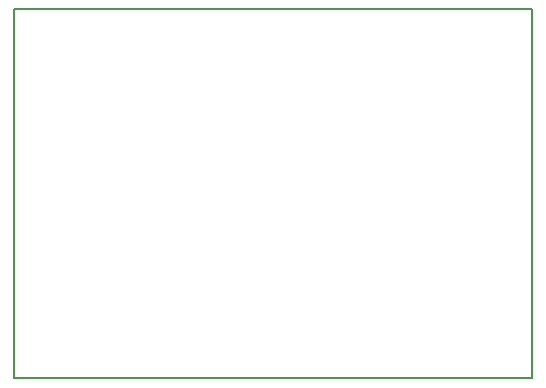
<source format=gm1>
%TF.GenerationSoftware,KiCad,Pcbnew,7.0.10-7.0.10~ubuntu22.04.1*%
%TF.CreationDate,2024-04-16T08:27:36+02:00*%
%TF.ProjectId,oric_comp_video,6f726963-5f63-46f6-9d70-5f766964656f,1*%
%TF.SameCoordinates,PX1b40518PY99d1710*%
%TF.FileFunction,Profile,NP*%
%FSLAX46Y46*%
G04 Gerber Fmt 4.6, Leading zero omitted, Abs format (unit mm)*
G04 Created by KiCad (PCBNEW 7.0.10-7.0.10~ubuntu22.04.1) date 2024-04-16 08:27:36*
%MOMM*%
%LPD*%
G01*
G04 APERTURE LIST*
%TA.AperFunction,Profile*%
%ADD10C,0.150000*%
%TD*%
G04 APERTURE END LIST*
D10*
X83032600Y81229200D02*
X126898400Y81229200D01*
X126898400Y50038000D01*
X83032600Y50038000D01*
X83032600Y81229200D01*
M02*

</source>
